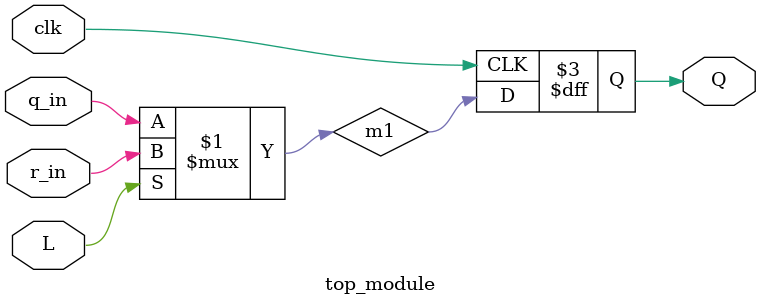
<source format=v>
module top_module (
	input clk,
	input L,
	input r_in,
	input q_in,
	output reg Q
    );
wire m1;
    assign m1 = L ? r_in : q_in;
    always @(posedge clk) begin
        Q <= m1;
    end
endmodule
</source>
